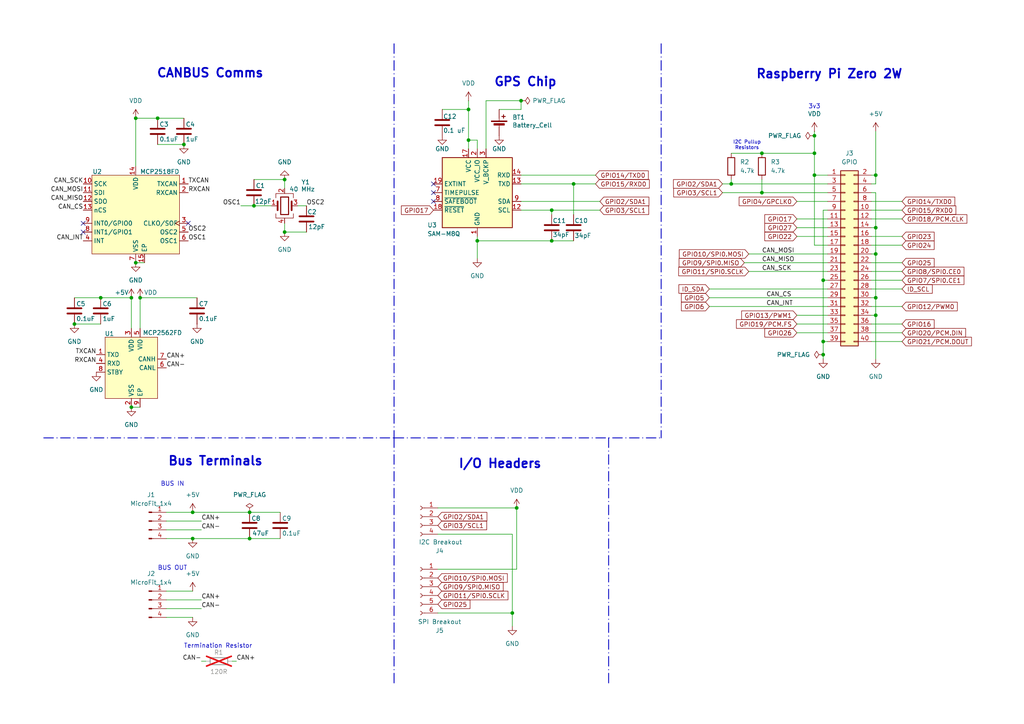
<source format=kicad_sch>
(kicad_sch (version 20250114) (generator "eeschema") (generator_version "9.0")
  (paper "A4")
  (title_block (title "LEOS Flight Computer") (date "2025-09-26") (rev "2") (company "VIP Lightning From the Edge of Space"))
  (lib_symbols
    (symbol "Connector:Conn_01x04_Pin" (pin_names (offset 1.016) (hide yes))
      (property "Reference" "J" (at 0 5.08 0))
      (property "Value" "Conn_01x04_Pin" (at 0 -7.62 0))
      (symbol "Conn_01x04_Pin_1_1"
        (rectangle (start 0.8636 2.667) (end 0 2.413) (stroke (width 0.1524)) (fill (type outline)))
        (rectangle (start 0.8636 0.127) (end 0 -0.127) (stroke (width 0.1524)) (fill (type outline)))
        (rectangle (start 0.8636 -2.413) (end 0 -2.667) (stroke (width 0.1524)) (fill (type outline)))
        (rectangle (start 0.8636 -4.953) (end 0 -5.207) (stroke (width 0.1524)) (fill (type outline)))
        (polyline (pts (xy 1.27 2.54) (xy 0.8636 2.54)) (stroke (width 0.1524)))
        (polyline (pts (xy 1.27 0) (xy 0.8636 0)) (stroke (width 0.1524)))
        (polyline (pts (xy 1.27 -2.54) (xy 0.8636 -2.54)) (stroke (width 0.1524)))
        (polyline (pts (xy 1.27 -5.08) (xy 0.8636 -5.08)) (stroke (width 0.1524)))
        (pin passive line (at 5.08 2.54 180) (length 3.81) (name "Pin_1") (number "1"))
        (pin passive line (at 5.08 0 180) (length 3.81) (name "Pin_2") (number "2"))
        (pin passive line (at 5.08 -2.54 180) (length 3.81) (name "Pin_3") (number "3"))
        (pin passive line (at 5.08 -5.08 180) (length 3.81) (name "Pin_4") (number "4"))
      )
    )
    (symbol "Connector:Conn_01x04_Socket" (pin_names (offset 1.016) (hide yes))
      (property "Reference" "J" (at 0 5.08 0))
      (property "Value" "Conn_01x04_Socket" (at 0 -7.62 0))
      (symbol "Conn_01x04_Socket_1_1"
        (polyline (pts (xy -1.27 2.54) (xy -0.508 2.54)) (stroke (width 0.1524)))
        (polyline (pts (xy -1.27 0) (xy -0.508 0)) (stroke (width 0.1524)))
        (polyline (pts (xy -1.27 -2.54) (xy -0.508 -2.54)) (stroke (width 0.1524)))
        (polyline (pts (xy -1.27 -5.08) (xy -0.508 -5.08)) (stroke (width 0.1524)))
        (arc (start 0 2.032) (mid -0.5058 2.54) (end 0 3.048) (stroke (width 0.1524)))
        (arc (start 0 -0.508) (mid -0.5058 0) (end 0 0.508) (stroke (width 0.1524)))
        (arc (start 0 -3.048) (mid -0.5058 -2.54) (end 0 -2.032) (stroke (width 0.1524)))
        (arc (start 0 -5.588) (mid -0.5058 -5.08) (end 0 -4.572) (stroke (width 0.1524)))
        (pin passive line (at -5.08 2.54 0) (length 3.81) (name "Pin_1") (number "1"))
        (pin passive line (at -5.08 0 0) (length 3.81) (name "Pin_2") (number "2"))
        (pin passive line (at -5.08 -2.54 0) (length 3.81) (name "Pin_3") (number "3"))
        (pin passive line (at -5.08 -5.08 0) (length 3.81) (name "Pin_4") (number "4"))
      )
    )
    (symbol "Connector:Conn_01x06_Socket" (pin_names (offset 1.016) (hide yes))
      (property "Reference" "J" (at 0 7.62 0))
      (property "Value" "Conn_01x06_Socket" (at 0 -10.16 0))
      (symbol "Conn_01x06_Socket_1_1"
        (polyline (pts (xy -1.27 5.08) (xy -0.508 5.08)) (stroke (width 0.1524)))
        (polyline (pts (xy -1.27 2.54) (xy -0.508 2.54)) (stroke (width 0.1524)))
        (polyline (pts (xy -1.27 0) (xy -0.508 0)) (stroke (width 0.1524)))
        (polyline (pts (xy -1.27 -2.54) (xy -0.508 -2.54)) (stroke (width 0.1524)))
        (polyline (pts (xy -1.27 -5.08) (xy -0.508 -5.08)) (stroke (width 0.1524)))
        (polyline (pts (xy -1.27 -7.62) (xy -0.508 -7.62)) (stroke (width 0.1524)))
        (arc (start 0 4.572) (mid -0.5058 5.08) (end 0 5.588) (stroke (width 0.1524)))
        (arc (start 0 2.032) (mid -0.5058 2.54) (end 0 3.048) (stroke (width 0.1524)))
        (arc (start 0 -0.508) (mid -0.5058 0) (end 0 0.508) (stroke (width 0.1524)))
        (arc (start 0 -3.048) (mid -0.5058 -2.54) (end 0 -2.032) (stroke (width 0.1524)))
        (arc (start 0 -5.588) (mid -0.5058 -5.08) (end 0 -4.572) (stroke (width 0.1524)))
        (arc (start 0 -8.128) (mid -0.5058 -7.62) (end 0 -7.112) (stroke (width 0.1524)))
        (pin passive line (at -5.08 5.08 0) (length 3.81) (name "Pin_1") (number "1"))
        (pin passive line (at -5.08 2.54 0) (length 3.81) (name "Pin_2") (number "2"))
        (pin passive line (at -5.08 0 0) (length 3.81) (name "Pin_3") (number "3"))
        (pin passive line (at -5.08 -2.54 0) (length 3.81) (name "Pin_4") (number "4"))
        (pin passive line (at -5.08 -5.08 0) (length 3.81) (name "Pin_5") (number "5"))
        (pin passive line (at -5.08 -7.62 0) (length 3.81) (name "Pin_6") (number "6"))
      )
    )
    (symbol "Connector_Generic:Conn_02x20_Odd_Even" (pin_names (offset 1.016) (hide yes))
      (property "Reference" "J" (at 1.27 25.4 0))
      (property "Value" "Conn_02x20_Odd_Even" (at 1.27 -27.94 0))
      (symbol "Conn_02x20_Odd_Even_1_1"
        (rectangle (start -1.27 24.13) (end 3.81 -26.67) (stroke (width 0.254)) (fill (type background)))
        (rectangle (start -1.27 22.987) (end 0 22.733) (stroke (width 0.1524)))
        (rectangle (start -1.27 20.447) (end 0 20.193) (stroke (width 0.1524)))
        (rectangle (start -1.27 17.907) (end 0 17.653) (stroke (width 0.1524)))
        (rectangle (start -1.27 15.367) (end 0 15.113) (stroke (width 0.1524)))
        (rectangle (start -1.27 12.827) (end 0 12.573) (stroke (width 0.1524)))
        (rectangle (start -1.27 10.287) (end 0 10.033) (stroke (width 0.1524)))
        (rectangle (start -1.27 7.747) (end 0 7.493) (stroke (width 0.1524)))
        (rectangle (start -1.27 5.207) (end 0 4.953) (stroke (width 0.1524)))
        (rectangle (start -1.27 2.667) (end 0 2.413) (stroke (width 0.1524)))
        (rectangle (start -1.27 0.127) (end 0 -0.127) (stroke (width 0.1524)))
        (rectangle (start -1.27 -2.413) (end 0 -2.667) (stroke (width 0.1524)))
        (rectangle (start -1.27 -4.953) (end 0 -5.207) (stroke (width 0.1524)))
        (rectangle (start -1.27 -7.493) (end 0 -7.747) (stroke (width 0.1524)))
        (rectangle (start -1.27 -10.033) (end 0 -10.287) (stroke (width 0.1524)))
        (rectangle (start -1.27 -12.573) (end 0 -12.827) (stroke (width 0.1524)))
        (rectangle (start -1.27 -15.113) (end 0 -15.367) (stroke (width 0.1524)))
        (rectangle (start -1.27 -17.653) (end 0 -17.907) (stroke (width 0.1524)))
        (rectangle (start -1.27 -20.193) (end 0 -20.447) (stroke (width 0.1524)))
        (rectangle (start -1.27 -22.733) (end 0 -22.987) (stroke (width 0.1524)))
        (rectangle (start -1.27 -25.273) (end 0 -25.527) (stroke (width 0.1524)))
        (rectangle (start 3.81 22.987) (end 2.54 22.733) (stroke (width 0.1524)))
        (rectangle (start 3.81 20.447) (end 2.54 20.193) (stroke (width 0.1524)))
        (rectangle (start 3.81 17.907) (end 2.54 17.653) (stroke (width 0.1524)))
        (rectangle (start 3.81 15.367) (end 2.54 15.113) (stroke (width 0.1524)))
        (rectangle (start 3.81 12.827) (end 2.54 12.573) (stroke (width 0.1524)))
        (rectangle (start 3.81 10.287) (end 2.54 10.033) (stroke (width 0.1524)))
        (rectangle (start 3.81 7.747) (end 2.54 7.493) (stroke (width 0.1524)))
        (rectangle (start 3.81 5.207) (end 2.54 4.953) (stroke (width 0.1524)))
        (rectangle (start 3.81 2.667) (end 2.54 2.413) (stroke (width 0.1524)))
        (rectangle (start 3.81 0.127) (end 2.54 -0.127) (stroke (width 0.1524)))
        (rectangle (start 3.81 -2.413) (end 2.54 -2.667) (stroke (width 0.1524)))
        (rectangle (start 3.81 -4.953) (end 2.54 -5.207) (stroke (width 0.1524)))
        (rectangle (start 3.81 -7.493) (end 2.54 -7.747) (stroke (width 0.1524)))
        (rectangle (start 3.81 -10.033) (end 2.54 -10.287) (stroke (width 0.1524)))
        (rectangle (start 3.81 -12.573) (end 2.54 -12.827) (stroke (width 0.1524)))
        (rectangle (start 3.81 -15.113) (end 2.54 -15.367) (stroke (width 0.1524)))
        (rectangle (start 3.81 -17.653) (end 2.54 -17.907) (stroke (width 0.1524)))
        (rectangle (start 3.81 -20.193) (end 2.54 -20.447) (stroke (width 0.1524)))
        (rectangle (start 3.81 -22.733) (end 2.54 -22.987) (stroke (width 0.1524)))
        (rectangle (start 3.81 -25.273) (end 2.54 -25.527) (stroke (width 0.1524)))
        (pin passive line (at -5.08 22.86 0) (length 3.81) (name "Pin_1") (number "1"))
        (pin passive line (at -5.08 20.32 0) (length 3.81) (name "Pin_3") (number "3"))
        (pin passive line (at -5.08 17.78 0) (length 3.81) (name "Pin_5") (number "5"))
        (pin passive line (at -5.08 15.24 0) (length 3.81) (name "Pin_7") (number "7"))
        (pin passive line (at -5.08 12.7 0) (length 3.81) (name "Pin_9") (number "9"))
        (pin passive line (at -5.08 10.16 0) (length 3.81) (name "Pin_11") (number "11"))
        (pin passive line (at -5.08 7.62 0) (length 3.81) (name "Pin_13") (number "13"))
        (pin passive line (at -5.08 5.08 0) (length 3.81) (name "Pin_15") (number "15"))
        (pin passive line (at -5.08 2.54 0) (length 3.81) (name "Pin_17") (number "17"))
        (pin passive line (at -5.08 0 0) (length 3.81) (name "Pin_19") (number "19"))
        (pin passive line (at -5.08 -2.54 0) (length 3.81) (name "Pin_21") (number "21"))
        (pin passive line (at -5.08 -5.08 0) (length 3.81) (name "Pin_23") (number "23"))
        (pin passive line (at -5.08 -7.62 0) (length 3.81) (name "Pin_25") (number "25"))
        (pin passive line (at -5.08 -10.16 0) (length 3.81) (name "Pin_27") (number "27"))
        (pin passive line (at -5.08 -12.7 0) (length 3.81) (name "Pin_29") (number "29"))
        (pin passive line (at -5.08 -15.24 0) (length 3.81) (name "Pin_31") (number "31"))
        (pin passive line (at -5.08 -17.78 0) (length 3.81) (name "Pin_33") (number "33"))
        (pin passive line (at -5.08 -20.32 0) (length 3.81) (name "Pin_35") (number "35"))
        (pin passive line (at -5.08 -22.86 0) (length 3.81) (name "Pin_37") (number "37"))
        (pin passive line (at -5.08 -25.4 0) (length 3.81) (name "Pin_39") (number "39"))
        (pin passive line (at 7.62 22.86 180) (length 3.81) (name "Pin_2") (number "2"))
        (pin passive line (at 7.62 20.32 180) (length 3.81) (name "Pin_4") (number "4"))
        (pin passive line (at 7.62 17.78 180) (length 3.81) (name "Pin_6") (number "6"))
        (pin passive line (at 7.62 15.24 180) (length 3.81) (name "Pin_8") (number "8"))
        (pin passive line (at 7.62 12.7 180) (length 3.81) (name "Pin_10") (number "10"))
        (pin passive line (at 7.62 10.16 180) (length 3.81) (name "Pin_12") (number "12"))
        (pin passive line (at 7.62 7.62 180) (length 3.81) (name "Pin_14") (number "14"))
        (pin passive line (at 7.62 5.08 180) (length 3.81) (name "Pin_16") (number "16"))
        (pin passive line (at 7.62 2.54 180) (length 3.81) (name "Pin_18") (number "18"))
        (pin passive line (at 7.62 0 180) (length 3.81) (name "Pin_20") (number "20"))
        (pin passive line (at 7.62 -2.54 180) (length 3.81) (name "Pin_22") (number "22"))
        (pin passive line (at 7.62 -5.08 180) (length 3.81) (name "Pin_24") (number "24"))
        (pin passive line (at 7.62 -7.62 180) (length 3.81) (name "Pin_26") (number "26"))
        (pin passive line (at 7.62 -10.16 180) (length 3.81) (name "Pin_28") (number "28"))
        (pin passive line (at 7.62 -12.7 180) (length 3.81) (name "Pin_30") (number "30"))
        (pin passive line (at 7.62 -15.24 180) (length 3.81) (name "Pin_32") (number "32"))
        (pin passive line (at 7.62 -17.78 180) (length 3.81) (name "Pin_34") (number "34"))
        (pin passive line (at 7.62 -20.32 180) (length 3.81) (name "Pin_36") (number "36"))
        (pin passive line (at 7.62 -22.86 180) (length 3.81) (name "Pin_38") (number "38"))
        (pin passive line (at 7.62 -25.4 180) (length 3.81) (name "Pin_40") (number "40"))
      )
    )
    (symbol "Device:Battery_Cell" (pin_numbers (hide yes)) (pin_names (offset 0) (hide yes))
      (property "Reference" "BT" (at 2.54 2.54 0))
      (property "Value" "Battery_Cell" (at 2.54 0 0))
      (symbol "Battery_Cell_0_1"
        (rectangle (start -2.286 1.778) (end 2.286 1.524) (fill (type outline)))
        (rectangle (start -1.524 1.016) (end 1.524 0.508) (fill (type outline)))
        (polyline (pts (xy 0 1.778) (xy 0 2.54)))
        (polyline (pts (xy 0 0.762) (xy 0 0)))
        (polyline (pts (xy 0.762 3.048) (xy 1.778 3.048)) (stroke (width 0.254)))
        (polyline (pts (xy 1.27 3.556) (xy 1.27 2.54)) (stroke (width 0.254)))
      )
      (symbol "Battery_Cell_1_1"
        (pin passive line (at 0 5.08 270) (length 2.54) (name "+") (number "1"))
        (pin passive line (at 0 -2.54 90) (length 2.54) (name "-") (number "2"))
      )
    )
    (symbol "Device:C" (pin_numbers (hide yes)) (pin_names (offset 0.254))
      (property "Reference" "C" (at 0.635 2.54 0))
      (property "Value" "C" (at 0.635 -2.54 0))
      (symbol "C_0_1"
        (polyline (pts (xy -2.032 0.762) (xy 2.032 0.762)) (stroke (width 0.508)))
        (polyline (pts (xy -2.032 -0.762) (xy 2.032 -0.762)) (stroke (width 0.508)))
      )
      (symbol "C_1_1"
        (pin passive line (at 0 3.81 270) (length 2.794) (name "~") (number "1"))
        (pin passive line (at 0 -3.81 90) (length 2.794) (name "~") (number "2"))
      )
    )
    (symbol "Device:Crystal_GND24" (pin_names (offset 1.016) (hide yes))
      (property "Reference" "Y" (at 3.175 5.08 0))
      (property "Value" "Crystal_GND24" (at 3.175 3.175 0))
      (symbol "Crystal_GND24_0_1"
        (polyline (pts (xy -2.54 2.286) (xy -2.54 3.556) (xy 2.54 3.556) (xy 2.54 2.286)))
        (polyline (pts (xy -2.54 0) (xy -2.032 0)))
        (polyline (pts (xy -2.54 -2.286) (xy -2.54 -3.556) (xy 2.54 -3.556) (xy 2.54 -2.286)))
        (polyline (pts (xy -2.032 -1.27) (xy -2.032 1.27)) (stroke (width 0.508)))
        (rectangle (start -1.143 2.54) (end 1.143 -2.54) (stroke (width 0.3048)))
        (polyline (pts (xy 0 3.556) (xy 0 3.81)))
        (polyline (pts (xy 0 -3.81) (xy 0 -3.556)))
        (polyline (pts (xy 2.032 0) (xy 2.54 0)))
        (polyline (pts (xy 2.032 -1.27) (xy 2.032 1.27)) (stroke (width 0.508)))
      )
      (symbol "Crystal_GND24_1_1"
        (pin passive line (at -3.81 0 0) (length 1.27) (name "1") (number "1"))
        (pin passive line (at 0 5.08 270) (length 1.27) (name "2") (number "2"))
        (pin passive line (at 0 -5.08 90) (length 1.27) (name "4") (number "4"))
        (pin passive line (at 3.81 0 180) (length 1.27) (name "3") (number "3"))
      )
    )
    (symbol "Device:R" (pin_numbers (hide yes)) (pin_names (offset 0))
      (property "Reference" "R" (at 2.032 0 90))
      (property "Value" "R" (at 0 0 90))
      (symbol "R_0_1"
        (rectangle (start -1.016 -2.54) (end 1.016 2.54) (stroke (width 0.254)))
      )
      (symbol "R_1_1"
        (pin passive line (at 0 3.81 270) (length 1.27) (name "~") (number "1"))
        (pin passive line (at 0 -3.81 90) (length 1.27) (name "~") (number "2"))
      )
    )
    (symbol "LEOS:MCP2518FD"
      (property "Reference" "U" (at -11.684 11.43 0))
      (property "Value" "MCP2518FD" (at 6.604 11.43 0))
      (symbol "MCP2518FD_1_1"
        (rectangle (start -12.7 10.16) (end 12.7 -12.7) (fill (type background)))
        (pin input line (at -15.24 7.62 0) (length 2.54) (name "SCK") (number "10"))
        (pin input line (at -15.24 5.08 0) (length 2.54) (name "SDI") (number "11"))
        (pin output line (at -15.24 2.54 0) (length 2.54) (name "SDO") (number "12"))
        (pin input line (at -15.24 0 0) (length 2.54) (name "nCS") (number "13"))
        (pin bidirectional line (at -15.24 -3.81 0) (length 2.54) (name "INT0/GPIO0") (number "9"))
        (pin bidirectional line (at -15.24 -6.35 0) (length 2.54) (name "INT1/GPIO1") (number "8"))
        (pin output line (at -15.24 -8.89 0) (length 2.54) (name "INT") (number "4"))
        (pin power_in line (at 0 12.7 270) (length 2.54) (name "VDD") (number "14"))
        (pin power_in line (at 0 -15.24 90) (length 2.54) (name "VSS") (number "7"))
        (pin power_in line (at 2.54 -15.24 90) (length 2.54) (name "EP") (number "15"))
        (pin output line (at 15.24 7.62 180) (length 2.54) (name "TXCAN") (number "1"))
        (pin input line (at 15.24 5.08 180) (length 2.54) (name "RXCAN") (number "2"))
        (pin output clock (at 15.24 -3.81 180) (length 2.54) (name "CLKO/SOF") (number "3"))
        (pin output line (at 15.24 -6.35 180) (length 2.54) (name "OSC2") (number "5"))
        (pin input line (at 15.24 -8.89 180) (length 2.54) (name "OSC1") (number "6"))
      )
    )
    (symbol "LEOS:MCP2562FD"
      (property "Reference" "U" (at -6.858 9.906 0))
      (property "Value" "MCP2562FD" (at 8.636 9.906 0))
      (symbol "MCP2562FD_1_1"
        (rectangle (start -7.62 8.89) (end 7.62 -8.89) (fill (type background)))
        (pin input line (at -10.16 3.81 0) (length 2.54) (name "TXD") (number "1"))
        (pin output line (at -10.16 1.27 0) (length 2.54) (name "RXD") (number "4"))
        (pin input line (at -10.16 -1.27 0) (length 2.54) (name "STBY") (number "8"))
        (pin power_in line (at 0 11.43 270) (length 2.54) (name "VDD") (number "3"))
        (pin power_in line (at 0 -11.43 90) (length 2.54) (name "VSS") (number "2"))
        (pin power_in line (at 2.54 11.43 270) (length 2.54) (name "VIO") (number "5"))
        (pin power_in line (at 2.54 -11.43 90) (length 2.54) (name "EP") (number "9"))
        (pin bidirectional line (at 10.16 2.54 180) (length 2.54) (name "CANH") (number "7"))
        (pin bidirectional line (at 10.16 0 180) (length 2.54) (name "CANL") (number "6"))
      )
    )
    (symbol "RF_GPS:SAM-M8Q"
      (property "Reference" "U" (at -8.89 11.43 0))
      (property "Value" "SAM-M8Q" (at 8.89 11.43 0))
      (symbol "SAM-M8Q_0_1"
        (rectangle (start -10.16 10.16) (end 10.16 -10.16) (stroke (width 0.254)) (fill (type background)))
      )
      (symbol "SAM-M8Q_1_1"
        (pin input line (at -12.7 2.54 0) (length 2.54) (name "EXTINT") (number "19"))
        (pin output line (at -12.7 0 0) (length 2.54) (name "TIMEPULSE") (number "7"))
        (pin input line (at -12.7 -2.54 0) (length 2.54) (name "~{SAFEBOOT}") (number "8"))
        (pin input line (at -12.7 -5.08 0) (length 2.54) (name "~{RESET}") (number "18"))
        (pin power_in line (at -2.54 12.7 270) (length 2.54) (name "VCC") (number "17"))
        (pin power_in line (at 0 12.7 270) (length 2.54) (name "VCC_IO") (number "2"))
        (pin power_in line (at 0 -12.7 90) (length 2.54) (name "GND") (number "1"))
        (pin passive line (at 0 -12.7 90) (length 2.54) (hide yes) (name "GND") (number "10"))
        (pin passive line (at 0 -12.7 90) (length 2.54) (hide yes) (name "GND") (number "11"))
        (pin passive line (at 0 -12.7 90) (length 2.54) (hide yes) (name "GND") (number "15"))
        (pin passive line (at 0 -12.7 90) (length 2.54) (hide yes) (name "GND") (number "16"))
        (pin passive line (at 0 -12.7 90) (length 2.54) (hide yes) (name "GND") (number "20"))
        (pin passive line (at 0 -12.7 90) (length 2.54) (hide yes) (name "GND") (number "4"))
        (pin passive line (at 0 -12.7 90) (length 2.54) (hide yes) (name "GND") (number "5"))
        (pin passive line (at 0 -12.7 90) (length 2.54) (hide yes) (name "GND") (number "6"))
        (pin power_in line (at 2.54 12.7 270) (length 2.54) (name "V_BCKP") (number "3"))
        (pin input line (at 12.7 5.08 180) (length 2.54) (name "RXD") (number "14"))
        (pin output line (at 12.7 2.54 180) (length 2.54) (name "TXD") (number "13"))
        (pin bidirectional line (at 12.7 -2.54 180) (length 2.54) (name "SDA") (number "9"))
        (pin input line (at 12.7 -5.08 180) (length 2.54) (name "SCL") (number "12"))
      )
    )
    (symbol "power:+5V" (power) (pin_numbers (hide yes)) (pin_names (offset 0) (hide yes))
      (property "Value" "+5V" (at 0 3.556 0))
      (symbol "+5V_0_1"
        (polyline (pts (xy -0.762 1.27) (xy 0 2.54)))
        (polyline (pts (xy 0 2.54) (xy 0.762 1.27)))
        (polyline (pts (xy 0 0) (xy 0 2.54)))
      )
      (symbol "+5V_1_1"
        (pin power_in line (at 0 0 90) (length 0) (name "~") (number "1"))
      )
    )
    (symbol "power:GND" (power) (pin_numbers (hide yes)) (pin_names (offset 0) (hide yes))
      (property "Value" "GND" (at 0 -3.81 0))
      (symbol "GND_0_1"
        (polyline (pts (xy 0 0) (xy 0 -1.27) (xy 1.27 -1.27) (xy 0 -2.54) (xy -1.27 -1.27) (xy 0 -1.27)))
      )
      (symbol "GND_1_1"
        (pin power_in line (at 0 0 270) (length 0) (name "~") (number "1"))
      )
    )
    (symbol "power:PWR_FLAG" (power) (pin_numbers (hide yes)) (pin_names (offset 0) (hide yes))
      (property "Value" "PWR_FLAG" (at 0 3.81 0))
      (symbol "PWR_FLAG_0_0"
        (pin power_out line (at 0 0 90) (length 0) (name "~") (number "1"))
      )
      (symbol "PWR_FLAG_0_1"
        (polyline (pts (xy 0 0) (xy 0 1.27) (xy -1.016 1.905) (xy 0 2.54) (xy 1.016 1.905) (xy 0 1.27)))
      )
    )
    (symbol "power:VDD" (power) (pin_numbers (hide yes)) (pin_names (offset 0) (hide yes))
      (property "Value" "VDD" (at 0 3.556 0))
      (symbol "VDD_0_1"
        (polyline (pts (xy -0.762 1.27) (xy 0 2.54)))
        (polyline (pts (xy 0 2.54) (xy 0.762 1.27)))
        (polyline (pts (xy 0 0) (xy 0 2.54)))
      )
      (symbol "VDD_1_1"
        (pin power_in line (at 0 0 90) (length 0) (name "~") (number "1"))
      )
    )
  )
  (text "CANBUS Comms" (at 60.96 21.336 0) (effects (font (size 2.54 2.54) (thickness 0.508) (bold yes))))
  (text "GPS Chip" (at 152.4 23.876 0) (effects (font (size 2.54 2.54) (thickness 0.508) (bold yes))))
  (text "I2C Pullup\nResistors" (at 216.662 42.164 0) (effects (font (size 1 1))))
  (text "BUS IN" (at 50.038 140.462 0) (effects (font (size 1.27 1.27))))
  (text "Raspberry Pi Zero 2W" (at 240.538 21.59 0) (effects (font (size 2.54 2.54) (thickness 0.508) (bold yes))))
  (text "Termination Resistor" (at 63.246 187.452 0) (effects (font (size 1.27 1.27))))
  (text "BUS OUT" (at 50.038 164.846 0) (effects (font (size 1.27 1.27))))
  (text "I/O Headers" (at 145.034 134.62 0) (effects (font (size 2.54 2.54) (thickness 0.508) (bold yes))))
  (text "Bus Terminals" (at 62.484 133.858 0) (effects (font (size 2.54 2.54) (thickness 0.508) (bold yes))))
  (text "3v3\n" (at 236.22 30.988 0) (effects (font (size 1.27 1.27))))
  (junction (at 148.59 177.8))
  (junction (at 29.21 86.36))
  (junction (at 166.37 53.34))
  (junction (at 160.02 60.96))
  (junction (at 236.22 50.8))
  (junction (at 73.66 59.69))
  (junction (at 21.59 93.98))
  (junction (at 82.55 52.07))
  (junction (at 72.39 148.59))
  (junction (at 238.76 81.28))
  (junction (at 55.88 148.59))
  (junction (at 135.89 31.75))
  (junction (at 220.98 44.45))
  (junction (at 38.1 118.11))
  (junction (at 254 86.36))
  (junction (at 82.55 67.31))
  (junction (at 38.1 86.36))
  (junction (at 254 66.04))
  (junction (at 238.76 102.87))
  (junction (at 254 73.66))
  (junction (at 236.22 39.37))
  (junction (at 212.09 53.34))
  (junction (at 55.88 156.21))
  (junction (at 135.89 40.64))
  (junction (at 45.72 34.29))
  (junction (at 254 91.44))
  (junction (at 53.34 41.91))
  (junction (at 39.37 76.2))
  (junction (at 72.39 156.21))
  (junction (at 254 50.8))
  (junction (at 236.22 44.45))
  (junction (at 149.86 147.32))
  (junction (at 40.64 86.36))
  (junction (at 39.37 34.29))
  (junction (at 138.43 69.85))
  (junction (at 220.98 55.88))
  (junction (at 238.76 99.06))
  (junction (at 160.02 69.85))
  (junction (at 151.13 29.21))
  (no_connect (at 125.73 55.88))
  (no_connect (at 24.13 67.31))
  (no_connect (at 125.73 58.42))
  (no_connect (at 54.61 64.77))
  (no_connect (at 125.73 53.34))
  (no_connect (at 24.13 64.77))
  (wire (pts (xy 231.14 63.5) (xy 240.03 63.5)))
  (wire (pts (xy 45.72 34.29) (xy 53.34 34.29)))
  (wire (pts (xy 45.72 41.91) (xy 53.34 41.91)))
  (wire (pts (xy 48.26 173.99) (xy 58.42 173.99)))
  (wire (pts (xy 236.22 38.1) (xy 236.22 39.37)))
  (wire (pts (xy 238.76 81.28) (xy 240.03 81.28)))
  (wire (pts (xy 39.37 76.2) (xy 41.91 76.2)))
  (wire (pts (xy 252.73 76.2) (xy 261.62 76.2)))
  (wire (pts (xy 138.43 69.85) (xy 160.02 69.85)))
  (wire (pts (xy 149.86 147.32) (xy 149.86 165.1)))
  (wire (pts (xy 254 53.34) (xy 252.73 53.34)))
  (wire (pts (xy 252.73 81.28) (xy 261.62 81.28)))
  (wire (pts (xy 138.43 40.64) (xy 138.43 43.18)))
  (wire (pts (xy 252.73 63.5) (xy 261.62 63.5)))
  (wire (pts (xy 209.55 53.34) (xy 212.09 53.34)))
  (polyline (pts (xy 176.53 127) (xy 176.53 198.12)) (stroke (width 0.254) (type dash_dot)))
  (wire (pts (xy 205.74 83.82) (xy 240.03 83.82)))
  (wire (pts (xy 48.26 156.21) (xy 55.88 156.21)))
  (wire (pts (xy 151.13 53.34) (xy 166.37 53.34)))
  (wire (pts (xy 148.59 154.94) (xy 127 154.94)))
  (wire (pts (xy 166.37 53.34) (xy 172.72 53.34)))
  (wire (pts (xy 72.39 148.59) (xy 81.28 148.59)))
  (wire (pts (xy 151.13 58.42) (xy 173.99 58.42)))
  (wire (pts (xy 252.73 58.42) (xy 261.62 58.42)))
  (wire (pts (xy 252.73 73.66) (xy 254 73.66)))
  (wire (pts (xy 73.66 52.07) (xy 82.55 52.07)))
  (wire (pts (xy 40.64 86.36) (xy 57.15 86.36)))
  (wire (pts (xy 252.73 86.36) (xy 254 86.36)))
  (wire (pts (xy 151.13 31.75) (xy 151.13 29.21)))
  (wire (pts (xy 252.73 50.8) (xy 254 50.8)))
  (wire (pts (xy 252.73 99.06) (xy 261.62 99.06)))
  (polyline (pts (xy 12.7 127) (xy 114.3 127)) (stroke (width 0.254) (type dash_dot)))
  (wire (pts (xy 73.66 59.69) (xy 78.74 59.69)))
  (wire (pts (xy 82.55 64.77) (xy 82.55 67.31)))
  (wire (pts (xy 48.26 148.59) (xy 55.88 148.59)))
  (wire (pts (xy 252.73 83.82) (xy 261.62 83.82)))
  (wire (pts (xy 144.78 31.75) (xy 151.13 31.75)))
  (wire (pts (xy 48.26 151.13) (xy 58.42 151.13)))
  (wire (pts (xy 149.86 165.1) (xy 127 165.1)))
  (wire (pts (xy 86.36 59.69) (xy 88.9 59.69)))
  (wire (pts (xy 252.73 68.58) (xy 261.62 68.58)))
  (wire (pts (xy 252.73 78.74) (xy 261.62 78.74)))
  (wire (pts (xy 160.02 69.85) (xy 166.37 69.85)))
  (wire (pts (xy 135.89 31.75) (xy 135.89 29.21)))
  (wire (pts (xy 231.14 66.04) (xy 240.03 66.04)))
  (wire (pts (xy 38.1 118.11) (xy 40.64 118.11)))
  (wire (pts (xy 205.74 86.36) (xy 240.03 86.36)))
  (wire (pts (xy 238.76 81.28) (xy 238.76 99.06)))
  (wire (pts (xy 240.03 71.12) (xy 236.22 71.12)))
  (wire (pts (xy 72.39 156.21) (xy 81.28 156.21)))
  (wire (pts (xy 48.26 176.53) (xy 58.42 176.53)))
  (wire (pts (xy 254 91.44) (xy 254 104.14)))
  (wire (pts (xy 55.88 156.21) (xy 72.39 156.21)))
  (wire (pts (xy 40.64 95.25) (xy 40.64 86.36)))
  (wire (pts (xy 252.73 88.9) (xy 261.62 88.9)))
  (wire (pts (xy 58.42 191.77) (xy 59.69 191.77)))
  (wire (pts (xy 236.22 44.45) (xy 236.22 50.8)))
  (wire (pts (xy 140.97 43.18) (xy 140.97 29.21)))
  (wire (pts (xy 231.14 93.98) (xy 240.03 93.98)))
  (polyline (pts (xy 114.3 127) (xy 114.3 198.12)) (stroke (width 0.254) (type dash_dot)))
  (wire (pts (xy 231.14 96.52) (xy 240.03 96.52)))
  (polyline (pts (xy 114.3 12.7) (xy 114.3 127)) (stroke (width 0.254) (type dash_dot)))
  (wire (pts (xy 138.43 68.58) (xy 138.43 69.85)))
  (wire (pts (xy 236.22 50.8) (xy 236.22 71.12)))
  (wire (pts (xy 238.76 60.96) (xy 238.76 81.28)))
  (wire (pts (xy 205.74 88.9) (xy 240.03 88.9)))
  (wire (pts (xy 220.98 52.07) (xy 220.98 55.88)))
  (wire (pts (xy 252.73 71.12) (xy 261.62 71.12)))
  (wire (pts (xy 254 86.36) (xy 254 91.44)))
  (wire (pts (xy 38.1 86.36) (xy 38.1 95.25)))
  (wire (pts (xy 39.37 34.29) (xy 45.72 34.29)))
  (wire (pts (xy 38.1 86.36) (xy 29.21 86.36)))
  (wire (pts (xy 236.22 50.8) (xy 240.03 50.8)))
  (wire (pts (xy 151.13 50.8) (xy 172.72 50.8)))
  (wire (pts (xy 148.59 177.8) (xy 148.59 181.61)))
  (wire (pts (xy 166.37 53.34) (xy 166.37 62.23)))
  (wire (pts (xy 220.98 44.45) (xy 236.22 44.45)))
  (wire (pts (xy 135.89 40.64) (xy 135.89 43.18)))
  (wire (pts (xy 238.76 99.06) (xy 240.03 99.06)))
  (wire (pts (xy 252.73 93.98) (xy 261.62 93.98)))
  (wire (pts (xy 215.9 76.2) (xy 240.03 76.2)))
  (wire (pts (xy 252.73 55.88) (xy 254 55.88)))
  (wire (pts (xy 240.03 60.96) (xy 238.76 60.96)))
  (wire (pts (xy 135.89 31.75) (xy 135.89 40.64)))
  (wire (pts (xy 238.76 99.06) (xy 238.76 102.87)))
  (wire (pts (xy 48.26 171.45) (xy 55.88 171.45)))
  (wire (pts (xy 217.17 73.66) (xy 240.03 73.66)))
  (wire (pts (xy 254 66.04) (xy 254 73.66)))
  (wire (pts (xy 212.09 53.34) (xy 240.03 53.34)))
  (wire (pts (xy 21.59 86.36) (xy 29.21 86.36)))
  (wire (pts (xy 254 50.8) (xy 254 53.34)))
  (wire (pts (xy 127 147.32) (xy 149.86 147.32)))
  (wire (pts (xy 217.17 78.74) (xy 240.03 78.74)))
  (polyline (pts (xy 114.3 127) (xy 191.77 127)) (stroke (width 0.254) (type dash_dot)))
  (wire (pts (xy 252.73 60.96) (xy 261.62 60.96)))
  (wire (pts (xy 138.43 40.64) (xy 135.89 40.64)))
  (wire (pts (xy 48.26 179.07) (xy 55.88 179.07)))
  (wire (pts (xy 220.98 55.88) (xy 240.03 55.88)))
  (wire (pts (xy 140.97 29.21) (xy 151.13 29.21)))
  (wire (pts (xy 254 55.88) (xy 254 66.04)))
  (wire (pts (xy 212.09 52.07) (xy 212.09 53.34)))
  (wire (pts (xy 39.37 34.29) (xy 39.37 48.26)))
  (wire (pts (xy 48.26 153.67) (xy 58.42 153.67)))
  (wire (pts (xy 212.09 44.45) (xy 220.98 44.45)))
  (wire (pts (xy 55.88 148.59) (xy 72.39 148.59)))
  (wire (pts (xy 148.59 177.8) (xy 148.59 154.94)))
  (wire (pts (xy 127 177.8) (xy 148.59 177.8)))
  (wire (pts (xy 236.22 39.37) (xy 236.22 44.45)))
  (wire (pts (xy 254 73.66) (xy 254 86.36)))
  (wire (pts (xy 82.55 52.07) (xy 82.55 54.61)))
  (wire (pts (xy 138.43 69.85) (xy 138.43 74.93)))
  (wire (pts (xy 238.76 102.87) (xy 238.76 104.14)))
  (wire (pts (xy 231.14 58.42) (xy 240.03 58.42)))
  (wire (pts (xy 160.02 60.96) (xy 173.99 60.96)))
  (wire (pts (xy 254 38.1) (xy 254 50.8)))
  (wire (pts (xy 252.73 66.04) (xy 254 66.04)))
  (polyline (pts (xy 191.77 12.7) (xy 191.77 127)) (stroke (width 0.254) (type dash_dot)))
  (wire (pts (xy 128.27 31.75) (xy 135.89 31.75)))
  (wire (pts (xy 252.73 96.52) (xy 261.62 96.52)))
  (wire (pts (xy 21.59 93.98) (xy 29.21 93.98)))
  (wire (pts (xy 252.73 91.44) (xy 254 91.44)))
  (wire (pts (xy 160.02 62.23) (xy 160.02 60.96)))
  (wire (pts (xy 231.14 91.44) (xy 240.03 91.44)))
  (wire (pts (xy 82.55 67.31) (xy 88.9 67.31)))
  (wire (pts (xy 209.55 55.88) (xy 220.98 55.88)))
  (wire (pts (xy 151.13 60.96) (xy 160.02 60.96)))
  (wire (pts (xy 68.58 191.77) (xy 67.31 191.77)))
  (wire (pts (xy 69.85 59.69) (xy 73.66 59.69)))
  (wire (pts (xy 231.14 68.58) (xy 240.03 68.58)))
  (label "CAN_CS" (at 222.25 86.36 0))
  (label "CAN+" (at 58.42 151.13 0))
  (label "TXCAN" (at 54.61 53.34 0))
  (label "CAN+" (at 58.42 173.99 0))
  (label "CAN_MOSI" (at 220.98 73.66 0))
  (label "TXCAN" (at 27.94 102.87 180))
  (label "OSC1" (at 69.85 59.69 180))
  (label "CAN_INT" (at 222.25 88.9 0))
  (label "OSC1" (at 54.61 69.85 0))
  (label "CAN-" (at 58.42 176.53 0))
  (label "CAN_MISO" (at 24.13 58.42 180))
  (label "CAN_INT" (at 24.13 69.85 180))
  (label "CAN+" (at 48.26 104.14 0))
  (label "CAN_CS" (at 24.13 60.96 180))
  (label "CAN_SCK" (at 24.13 53.34 180))
  (label "OSC2" (at 54.61 67.31 0))
  (label "RXCAN" (at 54.61 55.88 0))
  (label "CAN-" (at 58.42 153.67 0))
  (label "CAN-" (at 58.42 191.77 180))
  (label "CAN_MOSI" (at 24.13 55.88 180))
  (label "RXCAN" (at 27.94 105.41 180))
  (label "OSC2" (at 88.9 59.69 0))
  (label "CAN-" (at 48.26 106.68 0))
  (label "CAN_MISO" (at 220.98 76.2 0))
  (label "CAN+" (at 68.58 191.77 0))
  (label "CAN_SCK" (at 220.98 78.74 0))
  (global_label "GPIO8{slash}SPI0.CE0" (shape input) (at 261.62 78.74 0) (property "Intersheetrefs" "${INTERSHEET_REFS}" (effects (hide yes))))
  (global_label "GPIO25" (shape input) (at 261.62 76.2 0) (property "Intersheetrefs" "${INTERSHEET_REFS}" (effects (hide yes))))
  (global_label "ID_SCL" (shape input) (at 261.62 83.82 0) (property "Intersheetrefs" "${INTERSHEET_REFS}" (effects (hide yes))))
  (global_label "GPIO7{slash}SPI0.CE1" (shape input) (at 261.62 81.28 0) (property "Intersheetrefs" "${INTERSHEET_REFS}" (effects (hide yes))))
  (global_label "GPIO14{slash}TXD0" (shape input) (at 261.62 58.42 0) (property "Intersheetrefs" "${INTERSHEET_REFS}" (effects (hide yes))))
  (global_label "GPIO18{slash}PCM.CLK" (shape input) (at 261.62 63.5 0) (property "Intersheetrefs" "${INTERSHEET_REFS}" (effects (hide yes))))
  (global_label "GPIO24" (shape input) (at 261.62 71.12 0) (property "Intersheetrefs" "${INTERSHEET_REFS}" (effects (hide yes))))
  (global_label "GPIO23" (shape input) (at 261.62 68.58 0) (property "Intersheetrefs" "${INTERSHEET_REFS}" (effects (hide yes))))
  (global_label "GPIO15{slash}RXD0" (shape input) (at 261.62 60.96 0) (property "Intersheetrefs" "${INTERSHEET_REFS}" (effects (hide yes))))
  (global_label "GPIO20{slash}PCM.DIN" (shape input) (at 261.62 96.52 0) (property "Intersheetrefs" "${INTERSHEET_REFS}" (effects (hide yes))))
  (global_label "GPIO16" (shape input) (at 261.62 93.98 0) (property "Intersheetrefs" "${INTERSHEET_REFS}" (effects (hide yes))))
  (global_label "GPIO12{slash}PWM0" (shape input) (at 261.62 88.9 0) (property "Intersheetrefs" "${INTERSHEET_REFS}" (effects (hide yes))))
  (global_label "GPIO21{slash}PCM.DOUT" (shape input) (at 261.62 99.06 0) (property "Intersheetrefs" "${INTERSHEET_REFS}" (effects (hide yes))))
  (global_label "GPIO4{slash}GPCLK0" (shape input) (at 231.14 58.42 180) (property "Intersheetrefs" "${INTERSHEET_REFS}" (effects (hide yes))))
  (global_label "GPIO2{slash}SDA1" (shape input) (at 209.55 53.34 180) (property "Intersheetrefs" "${INTERSHEET_REFS}" (effects (hide yes))))
  (global_label "GPIO17" (shape input) (at 125.73 60.96 180) (property "Intersheetrefs" "${INTERSHEET_REFS}" (effects (hide yes))))
  (global_label "GPIO14{slash}TXD0" (shape input) (at 172.72 50.8 0) (property "Intersheetrefs" "${INTERSHEET_REFS}" (effects (hide yes))))
  (global_label "GPIO2{slash}SDA1" (shape input) (at 127 149.86 0) (property "Intersheetrefs" "${INTERSHEET_REFS}" (effects (hide yes))))
  (global_label "GPIO3{slash}SCL1" (shape input) (at 127 152.4 0) (property "Intersheetrefs" "${INTERSHEET_REFS}" (effects (hide yes))))
  (global_label "GPIO3{slash}SCL1" (shape input) (at 209.55 55.88 180) (property "Intersheetrefs" "${INTERSHEET_REFS}" (effects (hide yes))))
  (global_label "GPIO22" (shape input) (at 231.14 68.58 180) (property "Intersheetrefs" "${INTERSHEET_REFS}" (effects (hide yes))))
  (global_label "GPIO3{slash}SCL1" (shape input) (at 173.99 60.96 0) (property "Intersheetrefs" "${INTERSHEET_REFS}" (effects (hide yes))))
  (global_label "GPIO9{slash}SPI0.MISO" (shape input) (at 127 170.18 0) (property "Intersheetrefs" "${INTERSHEET_REFS}" (effects (hide yes))))
  (global_label "GPIO11{slash}SPI0.SCLK" (shape input) (at 127 172.72 0) (property "Intersheetrefs" "${INTERSHEET_REFS}" (effects (hide yes))))
  (global_label "GPIO10{slash}SPI0.MOSI" (shape input) (at 127 167.64 0) (property "Intersheetrefs" "${INTERSHEET_REFS}" (effects (hide yes))))
  (global_label "GPIO25" (shape input) (at 127 175.26 0) (property "Intersheetrefs" "${INTERSHEET_REFS}" (effects (hide yes))))
  (global_label "GPIO2{slash}SDA1" (shape input) (at 173.99 58.42 0) (property "Intersheetrefs" "${INTERSHEET_REFS}" (effects (hide yes))))
  (global_label "GPIO17" (shape input) (at 231.14 63.5 180) (property "Intersheetrefs" "${INTERSHEET_REFS}" (effects (hide yes))))
  (global_label "GPIO27" (shape input) (at 231.14 66.04 180) (property "Intersheetrefs" "${INTERSHEET_REFS}" (effects (hide yes))))
  (global_label "GPIO15{slash}RXD0" (shape input) (at 172.72 53.34 0) (property "Intersheetrefs" "${INTERSHEET_REFS}" (effects (hide yes))))
  (global_label "GPIO11{slash}SPI0.SCLK" (shape input) (at 217.17 78.74 180) (property "Intersheetrefs" "${INTERSHEET_REFS}" (effects (hide yes))))
  (global_label "GPIO9{slash}SPI0.MISO" (shape input) (at 215.9 76.2 180) (property "Intersheetrefs" "${INTERSHEET_REFS}" (effects (hide yes))))
  (global_label "GPIO10{slash}SPI0.MOSI" (shape input) (at 217.17 73.66 180) (property "Intersheetrefs" "${INTERSHEET_REFS}" (effects (hide yes))))
  (global_label "GPIO13{slash}PWM1" (shape input) (at 231.14 91.44 180) (property "Intersheetrefs" "${INTERSHEET_REFS}" (effects (hide yes))))
  (global_label "GPIO19{slash}PCM.FS" (shape input) (at 231.14 93.98 180) (property "Intersheetrefs" "${INTERSHEET_REFS}" (effects (hide yes))))
  (global_label "GPIO26" (shape input) (at 231.14 96.52 180) (property "Intersheetrefs" "${INTERSHEET_REFS}" (effects (hide yes))))
  (global_label "GPIO6" (shape input) (at 205.74 88.9 180) (property "Intersheetrefs" "${INTERSHEET_REFS}" (effects (hide yes))))
  (global_label "GPIO5" (shape input) (at 205.74 86.36 180) (property "Intersheetrefs" "${INTERSHEET_REFS}" (effects (hide yes))))
  (global_label "ID_SDA" (shape input) (at 205.74 83.82 180) (property "Intersheetrefs" "${INTERSHEET_REFS}" (effects (hide yes))))
  (symbol (lib_id "Device:C") (at 72.39 152.4 0) (unit 1)
    (property "Reference" "C8" (at 72.898 150.368 0) (effects (justify left)))
    (property "Value" "47uF" (at 73.152 154.686 0) (effects (justify left)))
    (property "Footprint" "Capacitor_SMD:C_0603_1608Metric" (effects (hide yes)))
    (property "Description" "Unpolarized capacitor" (effects (hide yes)))
  )
  (symbol (lib_id "power:+5V") (at 254 38.1 0) (unit 1)
    (property "Reference" "#PWR016" (effects (hide yes)))
    (property "Value" "+5V" (at 254 33.02 0))
    (property "Description" "Power symbol creates a global label with name \"+5V\"" (effects (hide yes)))
  )
  (symbol (lib_id "power:VDD") (at 149.86 147.32 0) (unit 1)
    (property "Reference" "#PWR020" (effects (hide yes)))
    (property "Value" "VDD" (at 149.86 142.24 0))
    (property "Description" "Power symbol creates a global label with name \"VDD\"" (effects (hide yes)))
  )
  (symbol (lib_id "Device:Battery_Cell") (at 144.78 36.83 0) (unit 1)
    (property "Reference" "BT1" (at 148.59 34.036 0) (effects (justify left)))
    (property "Value" "Battery_Cell" (at 148.59 36.322 0) (effects (justify left)))
    (property "Footprint" "CustomFootprints:BatteryHolder_SMD_MYOUNG_BS-08-B2AA010-R" (effects (hide yes)))
    (property "Description" "Single-cell battery" (effects (hide yes)))
  )
  (symbol (lib_id "Connector:Conn_01x04_Pin") (at 43.18 151.13 0) (unit 1)
    (property "Reference" "J1" (at 43.815 143.51 0))
    (property "Value" "MicroFit_1x4" (at 43.815 146.05 0))
    (property "Footprint" "Connector_Molex:Molex_Micro-Fit_3.0_43650-0410_1x04-1MP_P3.00mm_Horizontal_PnP" (effects (hide yes)))
    (property "Description" "Generic connector, single row, 01x04, script generated" (effects (hide yes)))
  )
  (symbol (lib_id "power:PWR_FLAG") (at 151.13 29.21 270) (unit 1)
    (property "Reference" "#FLG04" (effects (hide yes)))
    (property "Value" "PWR_FLAG" (at 154.432 29.21 90) (effects (justify left)))
    (property "Description" "Special symbol for telling ERC where power comes from" (effects (hide yes)))
  )
  (symbol (lib_id "Device:C") (at 166.37 66.04 0) (unit 1)
    (property "Reference" "C10" (at 166.624 64.008 0) (effects (justify left)))
    (property "Value" "34pF" (at 166.624 68.326 0) (effects (justify left)))
    (property "Footprint" "Capacitor_SMD:C_0603_1608Metric" (effects (hide yes)))
    (property "Description" "Unpolarized capacitor" (effects (hide yes)))
  )
  (symbol (lib_id "power:GND") (at 254 104.14 0) (unit 1)
    (property "Reference" "#PWR019" (effects (hide yes)))
    (property "Value" "GND" (at 254 109.22 0))
    (property "Description" "Power symbol creates a global label with name \"GND\" , ground" (effects (hide yes)))
  )
  (symbol (lib_id "power:GND") (at 55.88 156.21 0) (unit 1)
    (property "Reference" "#PWR010" (effects (hide yes)))
    (property "Value" "GND" (at 55.88 161.29 0))
    (property "Description" "Power symbol creates a global label with name \"GND\" , ground" (effects (hide yes)))
  )
  (symbol (lib_id "power:VDD") (at 236.22 38.1 0) (unit 1)
    (property "Reference" "#PWR017" (effects (hide yes)))
    (property "Value" "VDD" (at 236.22 33.02 0))
    (property "Description" "Power symbol creates a global label with name \"VDD\"" (effects (hide yes)))
  )
  (symbol (lib_id "power:GND") (at 82.55 67.31 0) (unit 1)
    (property "Reference" "#PWR06" (effects (hide yes)))
    (property "Value" "GND" (at 82.55 72.39 0))
    (property "Description" "Power symbol creates a global label with name \"GND\" , ground" (effects (hide yes)))
  )
  (symbol (lib_id "power:+5V") (at 38.1 86.36 0) (unit 1)
    (property "Reference" "#PWR03" (effects (hide yes)))
    (property "Value" "+5V" (at 35.306 84.836 0))
    (property "Description" "Power symbol creates a global label with name \"+5V\"" (effects (hide yes)))
  )
  (symbol (lib_id "Connector_Generic:Conn_02x20_Odd_Even") (at 245.11 73.66 0) (unit 1)
    (property "Reference" "J3" (at 246.38 44.45 0))
    (property "Value" "GPIO" (at 246.38 46.99 0))
    (property "Footprint" "Connector_PinSocket_2.54mm:PinSocket_2x20_P2.54mm_Vertical" (effects (hide yes)))
    (property "Description" "Generic connector, double row, 02x20, odd/even pin numbering scheme (row 1 odd numbers, row 2 even numbers), script generated (kicad-library-utils/schlib/autogen/connector/)" (effects (hide yes)))
  )
  (symbol (lib_id "Device:C") (at 88.9 63.5 180) (unit 1)
    (property "Reference" "C2" (at 89.154 61.468 0) (effects (justify right)))
    (property "Value" "12pF" (at 89.408 65.786 0) (effects (justify right)))
    (property "Footprint" "Capacitor_SMD:C_0603_1608Metric" (effects (hide yes)))
    (property "Description" "Unpolarized capacitor" (effects (hide yes)))
  )
  (symbol (lib_id "power:VDD") (at 135.89 29.21 0) (unit 1)
    (property "Reference" "#PWR023" (effects (hide yes)))
    (property "Value" "VDD" (at 135.89 24.13 0))
    (property "Description" "Power symbol creates a global label with name \"VDD\"" (effects (hide yes)))
  )
  (symbol (lib_id "power:PWR_FLAG") (at 238.76 102.87 90) (unit 1)
    (property "Reference" "#FLG03" (effects (hide yes)))
    (property "Value" "PWR_FLAG" (at 234.95 102.8699 90) (effects (justify left)))
    (property "Description" "Special symbol for telling ERC where power comes from" (effects (hide yes)))
  )
  (symbol (lib_id "power:+5V") (at 55.88 148.59 0) (unit 1)
    (property "Reference" "#PWR09" (effects (hide yes)))
    (property "Value" "+5V" (at 55.88 143.51 0))
    (property "Description" "Power symbol creates a global label with name \"+5V\"" (effects (hide yes)))
  )
  (symbol (lib_id "power:GND") (at 82.55 52.07 180) (unit 1)
    (property "Reference" "#PWR07" (effects (hide yes)))
    (property "Value" "GND" (at 82.55 46.99 0))
    (property "Description" "Power symbol creates a global label with name \"GND\" , ground" (effects (hide yes)))
  )
  (symbol (lib_id "Connector:Conn_01x06_Socket") (at 121.92 170.18 0) (mirror y) (unit 1)
    (property "Reference" "J5" (at 127.508 182.88 0))
    (property "Value" "SPI Breakout" (at 127.508 180.34 0))
    (property "Footprint" "Connector_PinSocket_2.54mm:PinSocket_1x06_P2.54mm_Horizontal" (effects (hide yes)))
    (property "Description" "Generic connector, single row, 01x06, script generated" (effects (hide yes)))
  )
  (symbol (lib_id "power:GND") (at 57.15 93.98 0) (unit 1)
    (property "Reference" "#PWR015" (effects (hide yes)))
    (property "Value" "GND" (at 57.15 99.06 0))
    (property "Description" "Power symbol creates a global label with name \"GND\" , ground" (effects (hide yes)))
  )
  (symbol (lib_id "power:PWR_FLAG") (at 72.39 148.59 0) (unit 1)
    (property "Reference" "#FLG01" (effects (hide yes)))
    (property "Value" "PWR_FLAG" (at 72.39 143.51 0))
    (property "Description" "Special symbol for telling ERC where power comes from" (effects (hide yes)))
  )
  (symbol (lib_id "Device:R") (at 220.98 48.26 0) (unit 1)
    (property "Reference" "R3" (at 223.52 46.9899 0) (effects (justify left)))
    (property "Value" "4.7k" (at 223.52 49.5299 0) (effects (justify left)))
    (property "Footprint" "Resistor_SMD:R_0603_1608Metric" (effects (hide yes)))
    (property "Description" "Resistor" (effects (hide yes)))
  )
  (symbol (lib_id "power:GND") (at 53.34 41.91 0) (unit 1)
    (property "Reference" "#PWR04" (effects (hide yes)))
    (property "Value" "GND" (at 53.34 46.99 0))
    (property "Description" "Power symbol creates a global label with name \"GND\" , ground" (effects (hide yes)))
  )
  (symbol (lib_id "Device:C") (at 29.21 90.17 0) (unit 1)
    (property "Reference" "C6" (at 29.718 88.138 0) (effects (justify left)))
    (property "Value" "1uF" (at 29.718 92.456 0) (effects (justify left)))
    (property "Footprint" "Capacitor_SMD:C_0603_1608Metric" (effects (hide yes)))
    (property "Description" "Unpolarized capacitor" (effects (hide yes)))
  )
  (symbol (lib_id "Device:R") (at 212.09 48.26 0) (unit 1)
    (property "Reference" "R2" (at 214.63 46.9899 0) (effects (justify left)))
    (property "Value" "4.7k" (at 214.63 49.5299 0) (effects (justify left)))
    (property "Footprint" "Resistor_SMD:R_0603_1608Metric" (effects (hide yes)))
    (property "Description" "Resistor" (effects (hide yes)))
  )
  (symbol (lib_id "Device:C") (at 21.59 90.17 0) (unit 1)
    (property "Reference" "C5" (at 22.098 88.138 0) (effects (justify left)))
    (property "Value" "0.1uF" (at 22.098 92.456 0) (effects (justify left)))
    (property "Footprint" "Capacitor_SMD:C_0603_1608Metric" (effects (hide yes)))
    (property "Description" "Unpolarized capacitor" (effects (hide yes)))
  )
  (symbol (lib_id "power:GND") (at 21.59 93.98 0) (unit 1)
    (property "Reference" "#PWR01" (effects (hide yes)))
    (property "Value" "GND" (at 21.59 99.06 0))
    (property "Description" "Power symbol creates a global label with name \"GND\" , ground" (effects (hide yes)))
  )
  (symbol (lib_id "power:GND") (at 27.94 107.95 0) (unit 1)
    (property "Reference" "#PWR08" (effects (hide yes)))
    (property "Value" "GND" (at 27.94 113.03 0))
    (property "Description" "Power symbol creates a global label with name \"GND\" , ground" (effects (hide yes)))
  )
  (symbol (lib_id "Device:C") (at 128.27 35.56 0) (unit 1)
    (property "Reference" "C12" (at 128.524 33.782 0) (effects (justify left)))
    (property "Value" "0.1 uF" (at 128.524 37.846 0) (effects (justify left)))
    (property "Footprint" "Capacitor_SMD:C_0603_1608Metric" (effects (hide yes)))
    (property "Description" "Unpolarized capacitor" (effects (hide yes)))
  )
  (symbol (lib_id "power:GND") (at 128.27 39.37 0) (unit 1)
    (property "Reference" "#PWR024" (effects (hide yes)))
    (property "Value" "GND" (at 128.27 43.18 0))
    (property "Description" "Power symbol creates a global label with name \"GND\" , ground" (effects (hide yes)))
  )
  (symbol (lib_id "power:GND") (at 38.1 118.11 0) (unit 1)
    (property "Reference" "#PWR013" (effects (hide yes)))
    (property "Value" "GND" (at 38.1 123.19 0))
    (property "Description" "Power symbol creates a global label with name \"GND\" , ground" (effects (hide yes)))
  )
  (symbol (lib_id "Device:C") (at 160.02 66.04 0) (unit 1)
    (property "Reference" "C11" (at 160.274 64.008 0) (effects (justify left)))
    (property "Value" "34pF" (at 160.274 68.072 0) (effects (justify left)))
    (property "Footprint" "Capacitor_SMD:C_0603_1608Metric" (effects (hide yes)))
    (property "Description" "Unpolarized capacitor" (effects (hide yes)))
  )
  (symbol (lib_id "power:GND") (at 238.76 104.14 0) (unit 1)
    (property "Reference" "#PWR018" (effects (hide yes)))
    (property "Value" "GND" (at 238.76 109.22 0))
    (property "Description" "Power symbol creates a global label with name \"GND\" , ground" (effects (hide yes)))
  )
  (symbol (lib_id "power:VDD") (at 40.64 86.36 0) (unit 1)
    (property "Reference" "#PWR014" (effects (hide yes)))
    (property "Value" "VDD" (at 43.688 84.836 0))
    (property "Description" "Power symbol creates a global label with name \"VDD\"" (effects (hide yes)))
  )
  (symbol (lib_id "Device:C") (at 53.34 38.1 0) (unit 1)
    (property "Reference" "C4" (at 53.848 36.068 0) (effects (justify left)))
    (property "Value" "1uF" (at 53.848 40.386 0) (effects (justify left)))
    (property "Footprint" "Capacitor_SMD:C_0603_1608Metric" (effects (hide yes)))
    (property "Description" "Unpolarized capacitor" (effects (hide yes)))
  )
  (symbol (lib_id "power:GND") (at 138.43 74.93 0) (unit 1)
    (property "Reference" "#PWR022" (effects (hide yes)))
    (property "Value" "GND" (at 138.43 80.01 0))
    (property "Description" "Power symbol creates a global label with name \"GND\" , ground" (effects (hide yes)))
  )
  (symbol (lib_id "RF_GPS:SAM-M8Q") (at 138.43 55.88 0) (unit 1)
    (property "Reference" "U3" (at 123.952 65.278 0) (effects (justify left)))
    (property "Value" "SAM-M8Q" (at 123.952 67.818 0) (effects (justify left)))
    (property "Footprint" "RF_GPS:ublox_SAM-M8Q" (effects (hide yes)))
    (property "Datasheet" "https://www.u-blox.com/sites/default/files/SAM-M8Q_DataSheet_%28UBX-16012619%29.pdf" (effects (hide yes)))
    (property "Description" "GPS ublox M8 variant" (effects (hide yes)))
  )
  (symbol (lib_id "Device:C") (at 57.15 90.17 0) (unit 1)
    (property "Reference" "C7" (at 57.658 88.138 0) (effects (justify left)))
    (property "Value" "0.1uF" (at 57.658 92.456 0) (effects (justify left)))
    (property "Footprint" "Capacitor_SMD:C_0603_1608Metric" (effects (hide yes)))
    (property "Description" "Unpolarized capacitor" (effects (hide yes)))
  )
  (symbol (lib_id "power:VDD") (at 39.37 34.29 0) (unit 1)
    (property "Reference" "#PWR02" (effects (hide yes)))
    (property "Value" "VDD" (at 39.37 29.21 0))
    (property "Description" "Power symbol creates a global label with name \"VDD\"" (effects (hide yes)))
  )
  (symbol (lib_id "Device:C") (at 73.66 55.88 180) (unit 1)
    (property "Reference" "C1" (at 74.168 53.848 0) (effects (justify right)))
    (property "Value" "12pF" (at 73.914 58.42 0) (effects (justify right)))
    (property "Footprint" "Capacitor_SMD:C_0603_1608Metric" (effects (hide yes)))
    (property "Description" "Unpolarized capacitor" (effects (hide yes)))
  )
  (symbol (lib_id "power:PWR_FLAG") (at 236.22 39.37 90) (unit 1)
    (property "Reference" "#FLG02" (effects (hide yes)))
    (property "Value" "PWR_FLAG" (at 232.41 39.3699 90) (effects (justify left)))
    (property "Description" "Special symbol for telling ERC where power comes from" (effects (hide yes)))
  )
  (symbol (lib_id "LEOS:MCP2562FD") (at 38.1 106.68 0) (unit 1)
    (property "Reference" "U1" (at 31.75 96.774 0))
    (property "Value" "MCP2562FD" (at 41.402 96.52 0) (effects (justify left)))
    (property "Footprint" "Package_SO:SOIC-8_3.9x4.9mm_P1.27mm" (effects (hide yes)))
    (property "Datasheet" "https://ww1.microchip.com/downloads/en/devicedoc/20005284a.pdf" (effects (hide yes)))
    (property "Description" "High-Speed CAN Flexible Data Rate Transceiver" (effects (hide yes)))
  )
  (symbol (lib_id "Device:C") (at 81.28 152.4 0) (unit 1)
    (property "Reference" "C9" (at 81.788 150.368 0) (effects (justify left)))
    (property "Value" "0.1uF" (at 81.788 154.686 0) (effects (justify left)))
    (property "Footprint" "Capacitor_SMD:C_0603_1608Metric" (effects (hide yes)))
    (property "Description" "Unpolarized capacitor" (effects (hide yes)))
  )
  (symbol (lib_id "power:GND") (at 148.59 181.61 0) (unit 1)
    (property "Reference" "#PWR021" (effects (hide yes)))
    (property "Value" "GND" (at 148.59 186.69 0))
    (property "Description" "Power symbol creates a global label with name \"GND\" , ground" (effects (hide yes)))
  )
  (symbol (lib_id "Connector:Conn_01x04_Socket") (at 121.92 149.86 0) (mirror y) (unit 1)
    (property "Reference" "J4" (at 127.508 159.766 0))
    (property "Value" "I2C Breakout" (at 127.762 157.226 0))
    (property "Footprint" "Connector_PinSocket_2.54mm:PinSocket_1x04_P2.54mm_Horizontal" (effects (hide yes)))
    (property "Description" "Generic connector, single row, 01x04, script generated" (effects (hide yes)))
  )
  (symbol (lib_id "power:GND") (at 39.37 76.2 0) (unit 1)
    (property "Reference" "#PWR05" (effects (hide yes)))
    (property "Value" "GND" (at 39.37 81.28 0))
    (property "Description" "Power symbol creates a global label with name \"GND\" , ground" (effects (hide yes)))
  )
  (symbol (lib_id "Device:R") (at 63.5 191.77 90) (unit 1) (dnp yes)
    (property "Reference" "R1" (at 64.77 189.23 90) (effects (justify left)))
    (property "Value" "120R" (at 66.04 194.818 90) (effects (justify left)))
    (property "Footprint" "Resistor_THT:R_Axial_DIN0207_L6.3mm_D2.5mm_P7.62mm_Horizontal" (effects (hide yes)))
    (property "Description" "Resistor" (effects (hide yes)))
  )
  (symbol (lib_id "Connector:Conn_01x04_Pin") (at 43.18 173.99 0) (unit 1)
    (property "Reference" "J2" (at 43.815 166.37 0))
    (property "Value" "MicroFit_1x4" (at 43.815 168.91 0))
    (property "Footprint" "Connector_Molex:Molex_Micro-Fit_3.0_43650-0410_1x04-1MP_P3.00mm_Horizontal_PnP" (effects (hide yes)))
    (property "Description" "Generic connector, single row, 01x04, script generated" (effects (hide yes)))
  )
  (symbol (lib_id "LEOS:MCP2518FD") (at 39.37 60.96 0) (unit 1)
    (property "Reference" "U2" (at 28.194 49.784 0))
    (property "Value" "MCP2518FD" (at 40.64 49.784 0) (effects (justify left)))
    (property "Footprint" "Package_SO:SOIC-14_3.9x8.7mm_P1.27mm" (effects (hide yes)))
    (property "Datasheet" "https://ww1.microchip.com/downloads/aemDocuments/documents/OTH/ProductDocuments/DataSheets/External-CAN-FD-Controller-with-SPI-Interface-DS20006027B.pdf" (effects (hide yes)))
    (property "Description" "External CAN FD Controller with SPI Interface" (effects (hide yes)))
  )
  (symbol (lib_id "power:GND") (at 144.78 39.37 0) (unit 1)
    (property "Reference" "#PWR025" (effects (hide yes)))
    (property "Value" "GND" (at 144.78 43.18 0))
    (property "Description" "Power symbol creates a global label with name \"GND\" , ground" (effects (hide yes)))
  )
  (symbol (lib_id "Device:Crystal_GND24") (at 82.55 59.69 0) (unit 1)
    (property "Reference" "Y1" (at 88.646 52.832 0))
    (property "Value" "40 MHz" (at 87.63 54.864 0))
    (property "Footprint" "Crystal:Crystal_SMD_3225-4Pin_3.2x2.5mm_HandSoldering" (effects (hide yes)))
  )
  (symbol (lib_id "power:+5V") (at 55.88 171.45 0) (unit 1)
    (property "Reference" "#PWR011" (effects (hide yes)))
    (property "Value" "+5V" (at 55.88 166.37 0))
    (property "Description" "Power symbol creates a global label with name \"+5V\"" (effects (hide yes)))
  )
  (symbol (lib_id "power:GND") (at 55.88 179.07 0) (unit 1)
    (property "Reference" "#PWR012" (effects (hide yes)))
    (property "Value" "GND" (at 55.88 184.15 0))
    (property "Description" "Power symbol creates a global label with name \"GND\" , ground" (effects (hide yes)))
  )
  (symbol (lib_id "Device:C") (at 45.72 38.1 0) (unit 1)
    (property "Reference" "C3" (at 46.228 36.068 0) (effects (justify left)))
    (property "Value" "0.1uF" (at 46.228 40.386 0) (effects (justify left)))
    (property "Footprint" "Capacitor_SMD:C_0603_1608Metric" (effects (hide yes)))
    (property "Description" "Unpolarized capacitor" (effects (hide yes)))
  )
)
</source>
